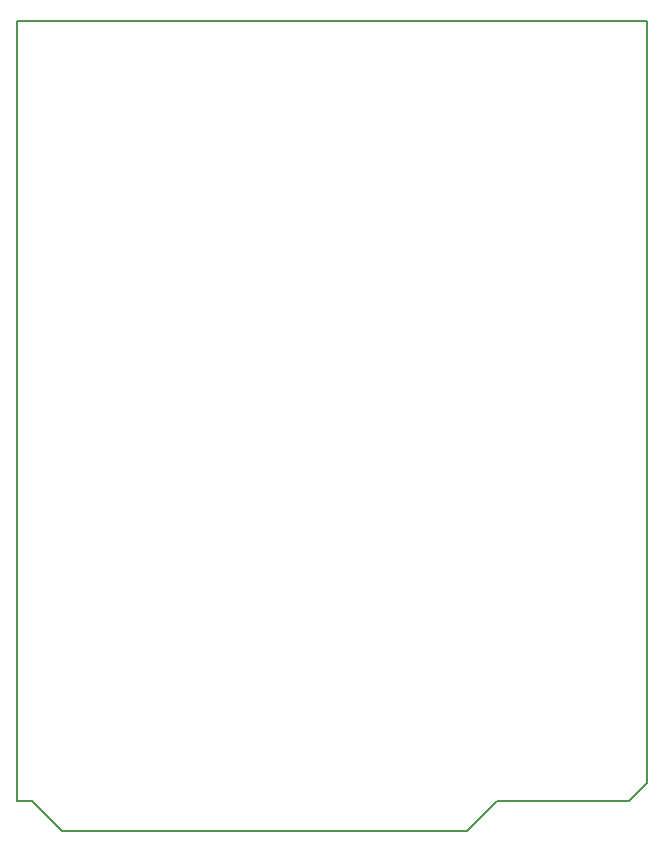
<source format=gm1>
G04 #@! TF.GenerationSoftware,KiCad,Pcbnew,(2017-12-24 revision 570866557)-makepkg*
G04 #@! TF.CreationDate,2018-02-26T21:20:21-07:00*
G04 #@! TF.ProjectId,DC801 Shield,444338303120536869656C642E6B6963,rev?*
G04 #@! TF.SameCoordinates,Original*
G04 #@! TF.FileFunction,Profile,NP*
%FSLAX46Y46*%
G04 Gerber Fmt 4.6, Leading zero omitted, Abs format (unit mm)*
G04 Created by KiCad (PCBNEW (2017-12-24 revision 570866557)-makepkg) date 02/26/18 21:20:21*
%MOMM*%
%LPD*%
G01*
G04 APERTURE LIST*
%ADD10C,0.150000*%
G04 APERTURE END LIST*
D10*
X149800000Y-135775000D02*
X115500000Y-135775000D01*
X165050000Y-67200000D02*
X165050000Y-131700000D01*
X111700000Y-67200000D02*
X165050000Y-67200000D01*
X111700000Y-133250000D02*
X111700000Y-67200000D01*
X112975000Y-133250000D02*
X111700000Y-133250000D01*
X115500000Y-135775000D02*
X112975000Y-133250000D01*
X152325000Y-133250000D02*
X149800000Y-135775000D01*
X163500000Y-133250000D02*
X152325000Y-133250000D01*
X165050000Y-131700000D02*
X163500000Y-133250000D01*
M02*

</source>
